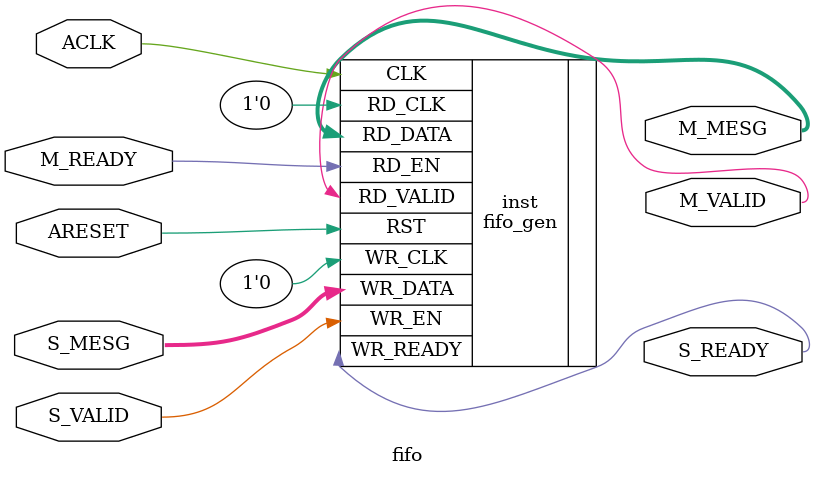
<source format=v>
`timescale 1ns/100ps


module fifo #
  (
   parameter         C_FAMILY          = "virtex6",
   parameter integer C_FIFO_DEPTH_LOG  = 5,      // FIFO depth = 2**C_FIFO_DEPTH_LOG
                                                 // Range = [5:9] when TYPE="lut",
                                                 // Range = [5:12] when TYPE="bram",
   parameter integer C_FIFO_WIDTH      = 64,     // Width of payload [1:512]
   parameter         C_FIFO_TYPE       = "lut"   // "lut" = LUT (SRL) based,
                                                 // "bram" = BRAM based
   )
  (
   // Global inputs
   input  wire                        ACLK,    // Clock
   input  wire                        ARESET,  // Reset
   // Slave  Port
   input  wire [C_FIFO_WIDTH-1:0]     S_MESG,  // Payload (may be any set of channel signals)
   input  wire                        S_VALID, // FIFO push
   output wire                        S_READY, // FIFO not full
   // Master  Port
   output wire [C_FIFO_WIDTH-1:0]     M_MESG,  // Payload
   output wire                        M_VALID, // FIFO not empty
   input  wire                        M_READY  // FIFO pop
   );

   fifo_gen #(
     .C_FAMILY(C_FAMILY),
     .C_COMMON_CLOCK(1),
     .C_FIFO_DEPTH_LOG(C_FIFO_DEPTH_LOG),
     .C_FIFO_WIDTH(C_FIFO_WIDTH),
     .C_FIFO_TYPE(C_FIFO_TYPE))
   inst (
     .CLK(ACLK),
     .RST(ARESET),
     .WR_CLK(1'b0),
     .WR_EN(S_VALID),
     .WR_READY(S_READY),
     .WR_DATA(S_MESG),
     .RD_CLK(1'b0),
     .RD_EN(M_READY),
     .RD_VALID(M_VALID),
     .RD_DATA(M_MESG));

endmodule

</source>
